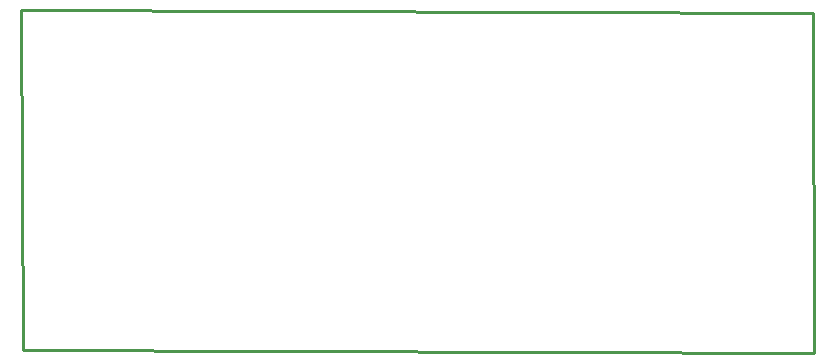
<source format=gbr>
G04 EAGLE Gerber X2 export*
%TF.Part,Single*%
%TF.FileFunction,Profile,NP*%
%TF.FilePolarity,Positive*%
%TF.GenerationSoftware,Autodesk,EAGLE,8.6.3*%
%TF.CreationDate,2019-05-11T16:29:51Z*%
G75*
%MOMM*%
%FSLAX34Y34*%
%LPD*%
%AMOC8*
5,1,8,0,0,1.08239X$1,22.5*%
G01*
%ADD10C,0.254000*%


D10*
X-1000Y288000D02*
X0Y0D01*
X670000Y-2000D01*
X669000Y286000D01*
X-1000Y288000D01*
M02*

</source>
